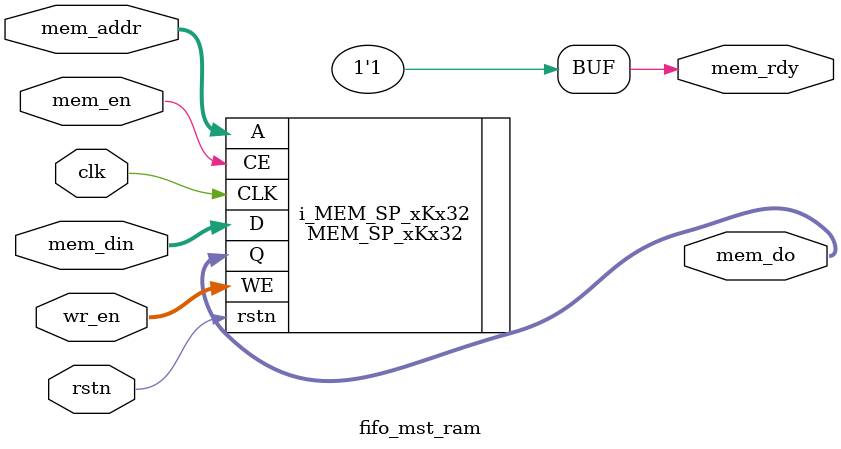
<source format=v>

module fifo_mst_ram #(
  parameter T_MSZ =12
  ) (
  // inputs
  input               rstn,
  input               clk,
  input [3:0]         wr_en,
  input               mem_en,
  input [T_MSZ-1:0]   mem_addr,
  input [31:0]        mem_din,

  // outputs
  output wire         mem_rdy,
  output wire [31:0]  mem_do

);

  assign mem_rdy = 1'b1;


  MEM_SP_xKx32 #(
    .T_MSZ(T_MSZ)
  ) i_MEM_SP_xKx32 (
  // inputs
    .rstn(rstn),
    .CLK(clk),
    .CE(mem_en),
    .WE(wr_en),
    .A(mem_addr),
    .D(mem_din),
  // outputs
    .Q(mem_do)
  );

endmodule

</source>
